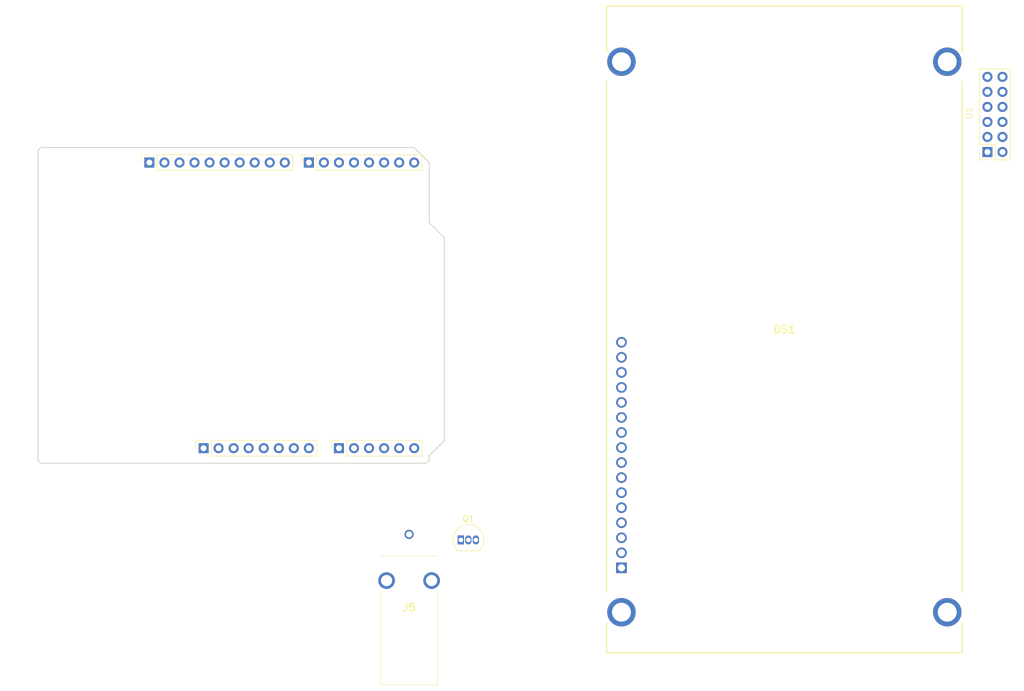
<source format=kicad_pcb>
(kicad_pcb (version 20221018) (generator pcbnew)
  (title_block (date "mar. 31 mars 2015"))
  (layers (0 "F.Cu" signal) (31 "B.Cu" signal) (34 "B.Paste" user) (35 "F.Paste" user) (36 "B.SilkS" user "B.Silkscreen") (37 "F.SilkS" user "F.Silkscreen") (38 "B.Mask" user) (39 "F.Mask" user) (44 "Edge.Cuts" user))
  (net 0 "")
  (net 1 "GND")
  (net 3 "+5V")
  (net 4 "/IOREF")
  (net 5 "/A0")
  (net 6 "/A1")
  (net 7 "/A2")
  (net 8 "/A3")
  (net 9 "/SDA{slash}A4")
  (net 10 "/SCL{slash}A5")
  (net 11 "/13")
  (net 12 "/12")
  (net 13 "/AREF")
  (net 14 "/8")
  (net 15 "/7")
  (net 16 "/*11")
  (net 17 "/*10")
  (net 18 "/*9")
  (net 19 "/4")
  (net 20 "/2")
  (net 21 "/*6")
  (net 22 "/*5")
  (net 23 "/TX{slash}1")
  (net 24 "/*3")
  (net 25 "/RX{slash}0")
  (net 26 "+3V3")
  (net 27 "VCC")
  (net 28 "/~{RESET}")
  (footprint "Connector_PinSocket_2.54mm:PinSocket_1x08_P2.54mm_Vertical" (layer "F.Cu") (at 127.94 97.46 90)
    (fp_text reference "J1" hide)
    (fp_text value "Power")
    (fp_line (start -1.33 1.27) (end -1.33 19.11) (stroke (width 0.12)) (layer "F.SilkS"))
    (fp_line (start -1.33 1.27) (end 1.33 1.27) (stroke (width 0.12)) (layer "F.SilkS"))
    (fp_line (start -1.33 19.11) (end 1.33 19.11) (stroke (width 0.12)) (layer "F.SilkS"))
    (fp_line (start 0 -1.33) (end 1.33 -1.33) (stroke (width 0.12)) (layer "F.SilkS"))
    (fp_line (start 1.33 -1.33) (end 1.33 0) (stroke (width 0.12)) (layer "F.SilkS"))
    (fp_line (start 1.33 1.27) (end 1.33 19.11) (stroke (width 0.12)) (layer "F.SilkS"))
    (pad "1" thru_hole rect locked (at 0 0 90) (size 1.7 1.7) (drill 1) (layers "*.Cu" "*.Mask"))
    (pad "2" thru_hole oval locked (at 0 2.54 90) (size 1.7 1.7) (drill 1) (layers "*.Cu" "*.Mask") (net 4 "/IOREF"))
    (pad "3" thru_hole oval locked (at 0 5.08 90) (size 1.7 1.7) (drill 1) (layers "*.Cu" "*.Mask") (net 28 "/~{RESET}"))
    (pad "4" thru_hole oval locked (at 0 7.62 90) (size 1.7 1.7) (drill 1) (layers "*.Cu" "*.Mask") (net 26 "+3V3"))
    (pad "5" thru_hole oval locked (at 0 10.16 90) (size 1.7 1.7) (drill 1) (layers "*.Cu" "*.Mask") (net 3 "+5V"))
    (pad "6" thru_hole oval locked (at 0 12.7 90) (size 1.7 1.7) (drill 1) (layers "*.Cu" "*.Mask") (net 1 "GND"))
    (pad "7" thru_hole oval locked (at 0 15.24 90) (size 1.7 1.7) (drill 1) (layers "*.Cu" "*.Mask") (net 1 "GND"))
    (pad "8" thru_hole oval locked (at 0 17.78 90) (size 1.7 1.7) (drill 1) (layers "*.Cu" "*.Mask") (net 27 "VCC"))
  )
  (footprint "Connector_PinSocket_2.54mm:PinSocket_1x06_P2.54mm_Vertical" (layer "F.Cu") (at 150.8 97.46 90)
    (fp_text reference "J3" hide)
    (fp_text value "Analog")
    (fp_line (start -1.33 1.27) (end -1.33 14.03) (stroke (width 0.12)) (layer "F.SilkS"))
    (fp_line (start -1.33 1.27) (end 1.33 1.27) (stroke (width 0.12)) (layer "F.SilkS"))
    (fp_line (start -1.33 14.03) (end 1.33 14.03) (stroke (width 0.12)) (layer "F.SilkS"))
    (fp_line (start 0 -1.33) (end 1.33 -1.33) (stroke (width 0.12)) (layer "F.SilkS"))
    (fp_line (start 1.33 -1.33) (end 1.33 0) (stroke (width 0.12)) (layer "F.SilkS"))
    (fp_line (start 1.33 1.27) (end 1.33 14.03) (stroke (width 0.12)) (layer "F.SilkS"))
    (pad "1" thru_hole rect locked (at 0 0 90) (size 1.7 1.7) (drill 1) (layers "*.Cu" "*.Mask") (net 5 "/A0"))
    (pad "2" thru_hole oval locked (at 0 2.54 90) (size 1.7 1.7) (drill 1) (layers "*.Cu" "*.Mask") (net 6 "/A1"))
    (pad "3" thru_hole oval locked (at 0 5.08 90) (size 1.7 1.7) (drill 1) (layers "*.Cu" "*.Mask") (net 7 "/A2"))
    (pad "4" thru_hole oval locked (at 0 7.62 90) (size 1.7 1.7) (drill 1) (layers "*.Cu" "*.Mask") (net 8 "/A3"))
    (pad "5" thru_hole oval locked (at 0 10.16 90) (size 1.7 1.7) (drill 1) (layers "*.Cu" "*.Mask") (net 9 "/SDA{slash}A4"))
    (pad "6" thru_hole oval locked (at 0 12.7 90) (size 1.7 1.7) (drill 1) (layers "*.Cu" "*.Mask") (net 10 "/SCL{slash}A5"))
  )
  (footprint "Connector_PinSocket_2.54mm:PinSocket_1x10_P2.54mm_Vertical" (layer "F.Cu") (at 118.796 49.2 90)
    (fp_text reference "J2" hide)
    (fp_text value "Digital/PWM")
    (fp_line (start -1.33 1.27) (end -1.33 24.19) (stroke (width 0.12)) (layer "F.SilkS"))
    (fp_line (start -1.33 1.27) (end 1.33 1.27) (stroke (width 0.12)) (layer "F.SilkS"))
    (fp_line (start -1.33 24.19) (end 1.33 24.19) (stroke (width 0.12)) (layer "F.SilkS"))
    (fp_line (start 0 -1.33) (end 1.33 -1.33) (stroke (width 0.12)) (layer "F.SilkS"))
    (fp_line (start 1.33 -1.33) (end 1.33 0) (stroke (width 0.12)) (layer "F.SilkS"))
    (fp_line (start 1.33 1.27) (end 1.33 24.19) (stroke (width 0.12)) (layer "F.SilkS"))
    (pad "1" thru_hole rect locked (at 0 0 90) (size 1.7 1.7) (drill 1) (layers "*.Cu" "*.Mask") (net 10 "/SCL{slash}A5"))
    (pad "2" thru_hole oval locked (at 0 2.54 90) (size 1.7 1.7) (drill 1) (layers "*.Cu" "*.Mask") (net 9 "/SDA{slash}A4"))
    (pad "3" thru_hole oval locked (at 0 5.08 90) (size 1.7 1.7) (drill 1) (layers "*.Cu" "*.Mask") (net 13 "/AREF"))
    (pad "4" thru_hole oval locked (at 0 7.62 90) (size 1.7 1.7) (drill 1) (layers "*.Cu" "*.Mask") (net 1 "GND"))
    (pad "5" thru_hole oval locked (at 0 10.16 90) (size 1.7 1.7) (drill 1) (layers "*.Cu" "*.Mask") (net 11 "/13"))
    (pad "6" thru_hole oval locked (at 0 12.7 90) (size 1.7 1.7) (drill 1) (layers "*.Cu" "*.Mask") (net 12 "/12"))
    (pad "7" thru_hole oval locked (at 0 15.24 90) (size 1.7 1.7) (drill 1) (layers "*.Cu" "*.Mask") (net 16 "/*11"))
    (pad "8" thru_hole oval locked (at 0 17.78 90) (size 1.7 1.7) (drill 1) (layers "*.Cu" "*.Mask") (net 17 "/*10"))
    (pad "9" thru_hole oval locked (at 0 20.32 90) (size 1.7 1.7) (drill 1) (layers "*.Cu" "*.Mask") (net 18 "/*9"))
    (pad "10" thru_hole oval locked (at 0 22.86 90) (size 1.7 1.7) (drill 1) (layers "*.Cu" "*.Mask") (net 14 "/8"))
  )
  (footprint "Connector_PinSocket_2.54mm:PinSocket_1x08_P2.54mm_Vertical" (layer "F.Cu") (at 145.72 49.2 90)
    (fp_text reference "J4" hide)
    (fp_text value "Digital/PWM")
    (fp_line (start -1.33 1.27) (end -1.33 19.11) (stroke (width 0.12)) (layer "F.SilkS"))
    (fp_line (start -1.33 1.27) (end 1.33 1.27) (stroke (width 0.12)) (layer "F.SilkS"))
    (fp_line (start -1.33 19.11) (end 1.33 19.11) (stroke (width 0.12)) (layer "F.SilkS"))
    (fp_line (start 0 -1.33) (end 1.33 -1.33) (stroke (width 0.12)) (layer "F.SilkS"))
    (fp_line (start 1.33 -1.33) (end 1.33 0) (stroke (width 0.12)) (layer "F.SilkS"))
    (fp_line (start 1.33 1.27) (end 1.33 19.11) (stroke (width 0.12)) (layer "F.SilkS"))
    (pad "1" thru_hole rect locked (at 0 0 90) (size 1.7 1.7) (drill 1) (layers "*.Cu" "*.Mask") (net 15 "/7"))
    (pad "2" thru_hole oval locked (at 0 2.54 90) (size 1.7 1.7) (drill 1) (layers "*.Cu" "*.Mask") (net 21 "/*6"))
    (pad "3" thru_hole oval locked (at 0 5.08 90) (size 1.7 1.7) (drill 1) (layers "*.Cu" "*.Mask") (net 22 "/*5"))
    (pad "4" thru_hole oval locked (at 0 7.62 90) (size 1.7 1.7) (drill 1) (layers "*.Cu" "*.Mask") (net 19 "/4"))
    (pad "5" thru_hole oval locked (at 0 10.16 90) (size 1.7 1.7) (drill 1) (layers "*.Cu" "*.Mask") (net 24 "/*3"))
    (pad "6" thru_hole oval locked (at 0 12.7 90) (size 1.7 1.7) (drill 1) (layers "*.Cu" "*.Mask") (net 20 "/2"))
    (pad "7" thru_hole oval locked (at 0 15.24 90) (size 1.7 1.7) (drill 1) (layers "*.Cu" "*.Mask") (net 23 "/TX{slash}1"))
    (pad "8" thru_hole oval locked (at 0 17.78 90) (size 1.7 1.7) (drill 1) (layers "*.Cu" "*.Mask") (net 25 "/RX{slash}0"))
  )
  (footprint "Package_TO_SOT_THT:TO-92_Inline" (layer "F.Cu") (at 171.374 112.954)
    (fp_text reference "Q1" (at 1.27 -3.56) (layer "F.SilkS"))
    (fp_text value "BS170")
    (fp_line (start -0.53 1.85) (end 3.07 1.85) (stroke (width 0.12)) (layer "F.SilkS"))
    (fp_arc (start -0.568478 1.838478) (mid -1.132087 -0.994977) (end 1.27 -2.6) (stroke (width 0.12)) (layer "F.SilkS"))
    (fp_arc (start 1.27 -2.6) (mid 3.672087 -0.994977) (end 3.108478 1.838478) (stroke (width 0.12)) (layer "F.SilkS"))
    (pad "1" thru_hole rect (at 0 0) (size 1.05 1.5) (drill 0.75) (layers "*.Cu" "*.Mask"))
    (pad "2" thru_hole oval (at 1.27 0) (size 1.05 1.5) (drill 0.75) (layers "*.Cu" "*.Mask"))
    (pad "3" thru_hole oval (at 2.54 0) (size 1.05 1.5) (drill 0.75) (layers "*.Cu" "*.Mask"))
  )
  (footprint "Arduino_MountingHole:MountingHole_3.2mm" (layer "F.Cu") (at 115.24 49.2)
    (fp_text reference "MH1" hide)
    (fp_text value "MountingHole_3.2mm" hide)
    (pad "" np_thru_hole circle locked (at 0 0) (size 3.2 3.2) (drill 3.2) (layers "*.Cu" "*.Mask"))
  )
  (footprint "Connector_Coaxial:BNC_Molex_73100-0154-Horizontal" (layer "F.Cu") (at 162.639 112.024)
    (fp_text reference "J5" (at 0 12.313) (layer "F.SilkS") (effects (font (size 1.27 1.27) (thickness 0.254))))
    (fp_text value "Conn_Coaxial" hide)
    (fp_line (start -4.825 3.6) (end 4.825 3.6) (stroke (width 0.1)) (layer "F.SilkS"))
    (fp_line (start -4.825 25.4) (end -4.825 9.65) (stroke (width 0.1)) (layer "F.SilkS"))
    (fp_line (start -4.825 25.4) (end 4.825 25.4) (stroke (width 0.1)) (layer "F.SilkS"))
    (fp_line (start 4.825 25.4) (end 4.825 9.65) (stroke (width 0.1)) (layer "F.SilkS"))
    (pad "1" thru_hole circle (at 0 0) (size 1.55 1.55) (drill 1.02) (layers "*.Cu" "*.Mask"))
    (pad "2" thru_hole circle (at -3.8 7.8) (size 2.8 2.8) (drill 1.9) (layers "*.Cu" "*.Mask"))
    (pad "3" thru_hole circle (at 3.8 7.8) (size 2.8 2.8) (drill 1.9) (layers "*.Cu" "*.Mask"))
  )
  (footprint "Arduino_MountingHole:MountingHole_3.2mm" (layer "F.Cu") (at 113.97 97.46)
    (fp_text reference "MH2" hide)
    (fp_text value "MountingHole_3.2mm" hide)
    (pad "" np_thru_hole circle locked (at 0 0) (size 3.2 3.2) (drill 3.2) (layers "*.Cu" "*.Mask"))
  )
  (footprint "Connector_PinHeader_2.54mm:PinHeader_2x06_P2.54mm_Vertical_Button_Keypad-410-195" (layer "F.Cu") (at 260.274 47.422)
    (fp_text reference "U1" (at -3.048 -6.604 90) (layer "F.SilkS"))
    (fp_text value "Digilent_Pmod_KYPD:_16-Button_Keypad_-_410-195" hide)
    (fp_line (start -1.33 -14.03) (end 3.87 -14.03) (stroke (width 0.12)) (layer "F.SilkS"))
    (fp_line (start -1.33 -1.27) (end -1.33 -14.03) (stroke (width 0.12)) (layer "F.SilkS"))
    (fp_line (start -1.33 -1.27) (end 1.27 -1.27) (stroke (width 0.12)) (layer "F.SilkS"))
    (fp_line (start -1.33 0) (end -1.33 1.33) (stroke (width 0.12)) (layer "F.SilkS"))
    (fp_line (start -1.33 1.33) (end 0 1.33) (stroke (width 0.12)) (layer "F.SilkS"))
    (fp_line (start 1.27 -1.27) (end 1.27 1.33) (stroke (width 0.12)) (layer "F.SilkS"))
    (fp_line (start 1.27 1.33) (end 3.87 1.33) (stroke (width 0.12)) (layer "F.SilkS"))
    (fp_line (start 3.87 1.33) (end 3.87 -14.03) (stroke (width 0.12)) (layer "F.SilkS"))
    (pad "1" thru_hole rect (at 0 0) (size 1.7 1.7) (drill 1) (layers "*.Cu" "*.Mask"))
    (pad "2" thru_hole oval (at 0 -2.54) (size 1.7 1.7) (drill 1) (layers "*.Cu" "*.Mask"))
    (pad "3" thru_hole oval (at 0 -5.08) (size 1.7 1.7) (drill 1) (layers "*.Cu" "*.Mask"))
    (pad "4" thru_hole oval (at 0 -7.62) (size 1.7 1.7) (drill 1) (layers "*.Cu" "*.Mask"))
    (pad "5" thru_hole oval (at 0 -10.16) (size 1.7 1.7) (drill 1) (layers "*.Cu" "*.Mask"))
    (pad "6" thru_hole oval (at 0 -12.7) (size 1.7 1.7) (drill 1) (layers "*.Cu" "*.Mask"))
    (pad "7" thru_hole oval (at 2.54 0) (size 1.7 1.7) (drill 1) (layers "*.Cu" "*.Mask"))
    (pad "8" thru_hole oval (at 2.54 -2.54) (size 1.7 1.7) (drill 1) (layers "*.Cu" "*.Mask"))
    (pad "9" thru_hole oval (at 2.54 -5.08) (size 1.7 1.7) (drill 1) (layers "*.Cu" "*.Mask"))
    (pad "10" thru_hole oval (at 2.54 -7.62) (size 1.7 1.7) (drill 1) (layers "*.Cu" "*.Mask"))
    (pad "11" thru_hole oval (at 2.54 -10.16) (size 1.7 1.7) (drill 1) (layers "*.Cu" "*.Mask"))
    (pad "12" thru_hole oval (at 2.54 -12.7) (size 1.7 1.7) (drill 1) (layers "*.Cu" "*.Mask"))
  )
  (footprint "Display:MC42005A6WBNMLWV2" (layer "F.Cu") (at 198.4922 117.6714)
    (fp_text reference "DS1" (at 27.5 -40.27) (layer "F.SilkS") (effects (font (size 1.27 1.27) (thickness 0.254))))
    (fp_text value "MC42005A6W-BNMLW-V2" hide)
    (fp_line (start -2.9 0) (end -2.9 0) (stroke (width 0.1)) (layer "F.SilkS"))
    (fp_line (start -2.8 0) (end -2.8 0) (stroke (width 0.1)) (layer "F.SilkS"))
    (fp_line (start -2.5 -94.88) (end 57.5 -94.88) (stroke (width 0.2)) (layer "F.SilkS"))
    (fp_line (start -2.5 -87.26) (end -2.5 -94.88) (stroke (width 0.2)) (layer "F.SilkS"))
    (fp_line (start -2.5 -82.18) (end -2.5 4.18) (stroke (width 0.2)) (layer "F.SilkS"))
    (fp_line (start -2.5 9.26) (end -2.5 14.34) (stroke (width 0.2)) (layer "F.SilkS"))
    (fp_line (start -2.5 14.34) (end 57.5 14.34) (stroke (width 0.2)) (layer "F.SilkS"))
    (fp_line (start 57.5 -94.88) (end 57.5 -87.26) (stroke (width 0.2)) (layer "F.SilkS"))
    (fp_line (start 57.5 -82.18) (end 57.5 4.18) (stroke (width 0.2)) (layer "F.SilkS"))
    (fp_line (start 57.5 14.34) (end 57.5 9.26) (stroke (width 0.2)) (layer "F.SilkS"))
    (fp_arc (start -2.9 0) (mid -2.85 -0.05) (end -2.8 0) (stroke (width 0.1)) (layer "F.SilkS"))
    (fp_arc (start -2.8 0) (mid -2.85 0.05) (end -2.9 0) (stroke (width 0.1)) (layer "F.SilkS"))
    (pad "1" thru_hole rect (at 0 0) (size 1.8 1.8) (drill 1.2) (layers "*.Cu" "*.Mask"))
    (pad "2" thru_hole circle (at 0 -2.54) (size 1.8 1.8) (drill 1.2) (layers "*.Cu" "*.Mask"))
    (pad "3" thru_hole circle (at 0 -5.08) (size 1.8 1.8) (drill 1.2) (layers "*.Cu" "*.Mask"))
    (pad "4" thru_hole circle (at 0 -7.62) (size 1.8 1.8) (drill 1.2) (layers "*.Cu" "*.Mask"))
    (pad "5" thru_hole circle (at 0 -10.16) (size 1.8 1.8) (drill 1.2) (layers "*.Cu" "*.Mask"))
    (pad "6" thru_hole circle (at 0 -12.7) (size 1.8 1.8) (drill 1.2) (layers "*.Cu" "*.Mask"))
    (pad "7" thru_hole circle (at 0 -15.24) (size 1.8 1.8) (drill 1.2) (layers "*.Cu" "*.Mask"))
    (pad "8" thru_hole circle (at 0 -17.78) (size 1.8 1.8) (drill 1.2) (layers "*.Cu" "*.Mask"))
    (pad "9" thru_hole circle (at 0 -20.32) (size 1.8 1.8) (drill 1.2) (layers "*.Cu" "*.Mask"))
    (pad "10" thru_hole circle (at 0 -22.86) (size 1.8 1.8) (drill 1.2) (layers "*.Cu" "*.Mask"))
    (pad "11" thru_hole circle (at 0 -25.4) (size 1.8 1.8) (drill 1.2) (layers "*.Cu" "*.Mask"))
    (pad "12" thru_hole circle (at 0 -27.94) (size 1.8 1.8) (drill 1.2) (layers "*.Cu" "*.Mask"))
    (pad "13" thru_hole circle (at 0 -30.48) (size 1.8 1.8) (drill 1.2) (layers "*.Cu" "*.Mask"))
    (pad "14" thru_hole circle (at 0 -33.02) (size 1.8 1.8) (drill 1.2) (layers "*.Cu" "*.Mask"))
    (pad "15" thru_hole circle (at 0 -35.56) (size 1.8 1.8) (drill 1.2) (layers "*.Cu" "*.Mask"))
    (pad "16" thru_hole circle (at 0 -38.1) (size 1.8 1.8) (drill 1.2) (layers "*.Cu" "*.Mask"))
    (pad "MH1" thru_hole circle (at 0 7.5) (size 4.8 4.8) (drill 3.2) (layers "*.Cu" "*.Mask"))
    (pad "MH2" thru_hole circle (at 0 -85.5) (size 4.8 4.8) (drill 3.2) (layers "*.Cu" "*.Mask"))
    (pad "MH3" thru_hole circle (at 55 7.5) (size 4.8 4.8) (drill 3.2) (layers "*.Cu" "*.Mask"))
    (pad "MH4" thru_hole circle (at 55 -85.5) (size 4.8 4.8) (drill 3.2) (layers "*.Cu" "*.Mask"))
  )
  (footprint "Arduino_MountingHole:MountingHole_3.2mm" (layer "F.Cu") (at 166.04 64.44)
    (fp_text reference "MH3" hide)
    (fp_text value "MountingHole_3.2mm" hide)
    (pad "" np_thru_hole circle locked (at 0 0) (size 3.2 3.2) (drill 3.2) (layers "*.Cu" "*.Mask"))
  )
  (footprint "Arduino_MountingHole:MountingHole_3.2mm" (layer "F.Cu") (at 166.04 92.38)
    (fp_text reference "MH4" hide)
    (fp_text value "MountingHole_3.2mm" hide)
    (pad "" np_thru_hole circle locked (at 0 0) (size 3.2 3.2) (drill 3.2) (layers "*.Cu" "*.Mask"))
  )
  (gr_line (start 166.04 59.36) (end 168.58 61.9) (stroke (width 0.15)) (layer "Edge.Cuts"))
  (gr_line (start 100 99.238) (end 100 47.422) (stroke (width 0.15)) (layer "Edge.Cuts"))
  (gr_line (start 168.58 61.9) (end 168.58 96.19) (stroke (width 0.15)) (layer "Edge.Cuts"))
  (gr_line (start 165.278 100) (end 100.762 100) (stroke (width 0.15)) (layer "Edge.Cuts"))
  (gr_line (start 100.762 46.66) (end 163.5 46.66) (stroke (width 0.15)) (layer "Edge.Cuts"))
  (gr_arc (start 100.762 100) (mid 100.223185 99.776815) (end 100 99.238) (stroke (width 0.15)) (layer "Edge.Cuts"))
  (gr_line (start 168.58 96.19) (end 166.04 98.73) (stroke (width 0.15)) (layer "Edge.Cuts"))
  (gr_line (start 163.5 46.66) (end 166.04 49.2) (stroke (width 0.15)) (layer "Edge.Cuts"))
  (gr_arc (start 166.04 99.238) (mid 165.816815 99.776815) (end 165.278 100) (stroke (width 0.15)) (layer "Edge.Cuts"))
  (gr_line (start 166.04 49.2) (end 166.04 59.36) (stroke (width 0.15)) (layer "Edge.Cuts"))
  (gr_line (start 166.04 98.73) (end 166.04 99.238) (stroke (width 0.15)) (layer "Edge.Cuts"))
  (gr_arc (start 100 47.422) (mid 100.223185 46.883185) (end 100.762 46.66) (stroke (width 0.15)) (layer "Edge.Cuts"))
)
</source>
